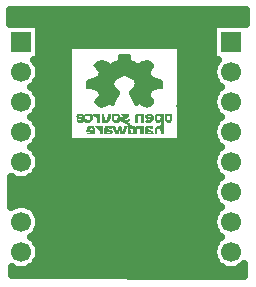
<source format=gbl>
G04 DipTrace 3.1.0.0*
G04 project.gbl*
%MOIN*%
G04 #@! TF.FileFunction,Copper,L2,Bot*
G04 #@! TF.Part,Single*
%ADD12C,0.003*%
G04 #@! TA.AperFunction,Conductor*
%ADD11C,0.006*%
G04 #@! TA.AperFunction,CopperBalancing*
%ADD14C,0.025*%
G04 #@! TA.AperFunction,ComponentPad*
%ADD16R,0.066929X0.066929*%
%ADD17C,0.066929*%
G04 #@! TA.AperFunction,ViaPad*
%ADD19C,0.02*%
%FSLAX26Y26*%
G04*
G70*
G90*
G75*
G01*
G04 Bottom*
%LPD*%
X1011500Y1006500D2*
D11*
X1024000D1*
D19*
X1011500D3*
X451770Y1300381D2*
D14*
X1233733D1*
X548987Y1275512D2*
X1124016D1*
X548987Y1250643D2*
X1124016D1*
X548987Y1225774D2*
X1124016D1*
X548987Y1200906D2*
X638762D1*
X1021741D2*
X1124016D1*
X548987Y1176037D2*
X638762D1*
X1021741D2*
X1124016D1*
X539612Y1151168D2*
X638762D1*
X1021741D2*
X1133391D1*
X548498Y1126299D2*
X638762D1*
X1021741D2*
X1124504D1*
X546350Y1101430D2*
X638762D1*
X1021741D2*
X1126653D1*
X531360Y1076562D2*
X638762D1*
X1021741D2*
X1141643D1*
X539270Y1051693D2*
X638762D1*
X1021741D2*
X1133733D1*
X548450Y1026824D2*
X638762D1*
X1021741D2*
X1124553D1*
X546496Y1001955D2*
X638762D1*
X1021741D2*
X1126506D1*
X531897Y977087D2*
X638762D1*
X1021741D2*
X1141106D1*
X538928Y952218D2*
X638762D1*
X1021741D2*
X1134075D1*
X548401Y927349D2*
X638762D1*
X1021741D2*
X1124602D1*
X546643Y902480D2*
X638762D1*
X1021741D2*
X1126360D1*
X532385Y877612D2*
X1140618D1*
X538586Y852743D2*
X1134416D1*
X548303Y827874D2*
X1124700D1*
X546789Y803005D2*
X1126213D1*
X532873Y778136D2*
X1140129D1*
X455530Y753268D2*
X1134807D1*
X455725Y728399D2*
X1124797D1*
X455871Y703530D2*
X1126067D1*
X456067Y678661D2*
X477971D1*
X495023D2*
X1139641D1*
X537854Y653793D2*
X1135149D1*
X548157Y628924D2*
X1124846D1*
X547082Y604055D2*
X1125920D1*
X533850Y579186D2*
X1139153D1*
X537463Y554318D2*
X1135539D1*
X548059Y529449D2*
X1124944D1*
X547229Y504580D2*
X1125774D1*
X534289Y479711D2*
X1138713D1*
X457580Y454843D2*
X1227971D1*
X449437Y1278963D2*
X546466D1*
Y1159034D1*
X531183D1*
X537630Y1150330D1*
X541901Y1141946D1*
X544809Y1132997D1*
X546281Y1123703D1*
Y1114294D1*
X544809Y1105000D1*
X541901Y1096051D1*
X537630Y1087667D1*
X532099Y1080055D1*
X525445Y1073401D1*
X519561Y1069025D1*
X525445Y1064596D1*
X532099Y1057943D1*
X537630Y1050330D1*
X541901Y1041946D1*
X544809Y1032997D1*
X546281Y1023703D1*
Y1014294D1*
X544809Y1005000D1*
X541901Y996051D1*
X537630Y987667D1*
X532099Y980055D1*
X525445Y973401D1*
X519561Y969025D1*
X525445Y964596D1*
X532099Y957943D1*
X537630Y950330D1*
X541901Y941946D1*
X544809Y932997D1*
X546281Y923703D1*
Y914294D1*
X544809Y905000D1*
X541901Y896051D1*
X537630Y887667D1*
X532099Y880055D1*
X525445Y873401D1*
X519561Y869025D1*
X525445Y864596D1*
X532099Y857943D1*
X537630Y850330D1*
X541901Y841946D1*
X544809Y832997D1*
X546281Y823703D1*
Y814294D1*
X544809Y805000D1*
X541901Y796051D1*
X537630Y787667D1*
X532099Y780055D1*
X525445Y773401D1*
X517833Y767870D1*
X509449Y763599D1*
X500500Y760691D1*
X491206Y759219D1*
X481797D1*
X472503Y760691D1*
X463554Y763599D1*
X455170Y767870D1*
X452922Y769373D1*
X453612Y669150D1*
X459278Y672428D1*
X467971Y676028D1*
X477121Y678225D1*
X486501Y678963D1*
X495882Y678225D1*
X505031Y676028D1*
X513725Y672428D1*
X521748Y667511D1*
X528903Y661400D1*
X535014Y654245D1*
X539930Y646222D1*
X543531Y637529D1*
X545728Y628379D1*
X546466Y618999D1*
X545728Y609618D1*
X543531Y600469D1*
X539930Y591775D1*
X535014Y583752D1*
X528903Y576597D1*
X521748Y570486D1*
X519561Y569025D1*
X525445Y564596D1*
X532099Y557943D1*
X537630Y550330D1*
X541901Y541946D1*
X544809Y532997D1*
X546281Y523703D1*
Y514294D1*
X544809Y505000D1*
X541901Y496051D1*
X537630Y487667D1*
X532099Y480055D1*
X525445Y473401D1*
X517833Y467870D1*
X509449Y463599D1*
X500500Y460691D1*
X491206Y459219D1*
X481797D1*
X472503Y460691D1*
X463554Y463599D1*
X454971Y468003D1*
X455166Y443863D1*
X1230337Y437835D1*
X1230614Y478410D1*
X1225445Y473401D1*
X1217833Y467870D1*
X1209449Y463599D1*
X1200500Y460691D1*
X1191206Y459219D1*
X1181797D1*
X1172503Y460691D1*
X1163554Y463599D1*
X1155170Y467870D1*
X1147557Y473401D1*
X1140904Y480055D1*
X1135373Y487667D1*
X1131101Y496051D1*
X1128194Y505000D1*
X1126722Y514294D1*
Y523703D1*
X1128194Y532997D1*
X1131101Y541946D1*
X1135373Y550330D1*
X1140904Y557943D1*
X1147557Y564596D1*
X1153442Y568972D1*
X1147557Y573401D1*
X1140904Y580055D1*
X1135373Y587667D1*
X1131101Y596051D1*
X1128194Y605000D1*
X1126722Y614294D1*
Y623703D1*
X1128194Y632997D1*
X1131101Y641946D1*
X1135373Y650330D1*
X1140904Y657943D1*
X1147557Y664596D1*
X1153442Y668972D1*
X1147557Y673401D1*
X1140904Y680055D1*
X1135373Y687667D1*
X1131101Y696051D1*
X1128194Y705000D1*
X1126722Y714294D1*
Y723703D1*
X1128194Y732997D1*
X1131101Y741946D1*
X1135373Y750330D1*
X1140904Y757943D1*
X1147557Y764596D1*
X1153442Y768972D1*
X1147557Y773401D1*
X1140904Y780055D1*
X1135373Y787667D1*
X1131101Y796051D1*
X1128194Y805000D1*
X1126722Y814294D1*
Y823703D1*
X1128194Y832997D1*
X1131101Y841946D1*
X1135373Y850330D1*
X1140904Y857943D1*
X1147557Y864596D1*
X1153442Y868972D1*
X1147557Y873401D1*
X1140904Y880055D1*
X1135373Y887667D1*
X1131101Y896051D1*
X1128194Y905000D1*
X1126722Y914294D1*
Y923703D1*
X1128194Y932997D1*
X1131101Y941946D1*
X1135373Y950330D1*
X1140904Y957943D1*
X1147557Y964596D1*
X1153442Y968972D1*
X1147557Y973401D1*
X1140904Y980055D1*
X1135373Y987667D1*
X1131101Y996051D1*
X1128194Y1005000D1*
X1126722Y1014294D1*
Y1023703D1*
X1128194Y1032997D1*
X1131101Y1041946D1*
X1135373Y1050330D1*
X1140904Y1057943D1*
X1147557Y1064596D1*
X1153442Y1068972D1*
X1147557Y1073401D1*
X1140904Y1080055D1*
X1135373Y1087667D1*
X1131101Y1096051D1*
X1128194Y1105000D1*
X1126722Y1114294D1*
Y1123703D1*
X1128194Y1132997D1*
X1131101Y1141946D1*
X1135373Y1150330D1*
X1140904Y1157943D1*
X1141915Y1159037D1*
X1126537Y1159034D1*
Y1278963D1*
X1236156D1*
X1236414Y1325265D1*
X449049Y1325249D1*
X449407Y1278999D1*
X653751Y1207999D2*
X1019251D1*
Y886249D1*
X641251D1*
Y1207999D1*
X653751D1*
D16*
X486501Y1218999D3*
D17*
Y1118999D3*
Y1018999D3*
Y918999D3*
Y818999D3*
Y718999D3*
Y618999D3*
Y518999D3*
D16*
X1186501Y1218999D3*
D17*
Y1118999D3*
Y1018999D3*
Y918999D3*
Y818999D3*
Y718999D3*
Y618999D3*
Y518999D3*
X811751Y1178499D2*
D12*
X847751D1*
X810725Y1175499D2*
X848214D1*
X809832Y1172499D2*
X848958D1*
X809252Y1169499D2*
X849747D1*
X808841Y1166499D2*
X850389D1*
X808185Y1163499D2*
X851191D1*
X748751Y1160499D2*
X757751D1*
X807111D2*
X852355D1*
X901751D2*
X910751D1*
X745287Y1157499D2*
X763285D1*
X803781D2*
X855626D1*
X895751D2*
X913865D1*
X741543Y1154499D2*
X768516D1*
X798768D2*
X860262D1*
X889751D2*
X917238D1*
X737766Y1151499D2*
X773615D1*
X792127D2*
X865751D1*
X883751D2*
X920840D1*
X734239Y1148499D2*
X778751D1*
X784751D2*
X924098D1*
X730944Y1145499D2*
X926742D1*
X727751Y1142499D2*
X927561D1*
X730636Y1139499D2*
X926901D1*
X733252Y1136499D2*
X924973D1*
X735533Y1133499D2*
X922872D1*
X737752Y1130499D2*
X920833D1*
X740111Y1127499D2*
X918813D1*
X742322Y1124499D2*
X916882D1*
X744193Y1121499D2*
X915208D1*
X744777Y1118499D2*
X914688D1*
X744168Y1115499D2*
X915317D1*
X743110Y1112499D2*
X916385D1*
X741780Y1109499D2*
X918058D1*
X739048Y1106499D2*
X818930D1*
X840571D2*
X920406D1*
X732063Y1103499D2*
X812421D1*
X847080D2*
X927071D1*
X723075Y1100499D2*
X807423D1*
X852078D2*
X935712D1*
X714690Y1097499D2*
X803554D1*
X855947D2*
X944043D1*
X708091Y1094499D2*
X800527D1*
X858975D2*
X950871D1*
X705427Y1091499D2*
X798195D1*
X861307D2*
X953829D1*
X704521Y1088499D2*
X796400D1*
X863089D2*
X954861D1*
X704062Y1085499D2*
X795131D1*
X864531D2*
X955389D1*
X703867Y1082499D2*
X794494D1*
X864680D2*
X955615D1*
X703792Y1079499D2*
X794523D1*
X864171D2*
X955702D1*
X703765Y1076499D2*
X795199D1*
X863155D2*
X955734D1*
X703755Y1073499D2*
X796404D1*
X861845D2*
X955745D1*
X703752Y1070499D2*
X798132D1*
X860216D2*
X955749D1*
X703751Y1067499D2*
X800495D1*
X857974D2*
X955751D1*
X717304Y1064499D2*
X803500D1*
X854952D2*
X941838D1*
X727818Y1061499D2*
X806941D1*
X851643D2*
X931355D1*
X735631Y1058499D2*
X810135D1*
X848783D2*
X923682D1*
X738923Y1055499D2*
X812749D1*
X846493D2*
X920485D1*
X741343Y1052499D2*
X813610D1*
X845789D2*
X918118D1*
X743125Y1049499D2*
X813091D1*
X846363D2*
X916360D1*
X744550Y1046499D2*
X812114D1*
X847368D2*
X914948D1*
X744869Y1043499D2*
X810840D1*
X848642D2*
X914631D1*
X743738Y1040499D2*
X809339D1*
X850054D2*
X915763D1*
X741840Y1037499D2*
X807588D1*
X851518D2*
X917662D1*
X739375Y1034499D2*
X805669D1*
X853008D2*
X920114D1*
X736618Y1031499D2*
X803836D1*
X854502D2*
X922766D1*
X733850Y1028499D2*
X802152D1*
X856003D2*
X925163D1*
X731421Y1025499D2*
X800560D1*
X857511D2*
X927148D1*
X729343Y1022499D2*
X799025D1*
X859107D2*
X927715D1*
X731198Y1019499D2*
X797517D1*
X860885D2*
X926956D1*
X733788Y1016499D2*
X796092D1*
X862745D2*
X924769D1*
X736814Y1013499D2*
X776214D1*
X781751D2*
X794840D1*
X864363D2*
X874751D1*
X884340D2*
X921884D1*
X740210Y1010499D2*
X770959D1*
X790751D2*
X793751D1*
X865751D2*
X868751D1*
X888586D2*
X918389D1*
X743974Y1007499D2*
X765743D1*
X893578D2*
X914703D1*
X747880Y1004499D2*
X760314D1*
X899067D2*
X911169D1*
X751751Y1001499D2*
X754751D1*
X904751D2*
X907751D1*
X673751Y980499D2*
X688751D1*
X700751D2*
X718751D1*
X724751D2*
X745751D1*
X754751D2*
X760751D1*
X775751D2*
X781751D1*
X790751D2*
X808751D1*
X820751D2*
X841751D1*
X868751D2*
X892751D1*
X904751D2*
X919751D1*
X934751D2*
X958751D1*
X967751D2*
X985751D1*
X672366Y977499D2*
X691751D1*
X697751D2*
X745751D1*
X754751D2*
X760751D1*
X775739D2*
X781751D1*
X789366D2*
X811162D1*
X821911D2*
X843112D1*
X867366D2*
X892751D1*
X902340D2*
X922161D1*
X933366D2*
X958751D1*
X966366D2*
X985751D1*
X671516Y974499D2*
X679751D1*
X685751D2*
X721161D1*
X725392D2*
X745751D1*
X754751D2*
X760762D1*
X775633D2*
X781751D1*
X788504D2*
X812927D1*
X825440D2*
X829751D1*
X835751D2*
X844067D1*
X866504D2*
X892751D1*
X900312D2*
X910751D1*
X916751D2*
X923916D1*
X932504D2*
X958751D1*
X965504D2*
X985751D1*
X671194Y971499D2*
X673751D1*
X688751D2*
X694751D1*
X715039D2*
X722904D1*
X733505D2*
X745751D1*
X754751D2*
X760877D1*
X775249D2*
X781739D1*
X788068D2*
X793751D1*
X808628D2*
X814000D1*
X829751D2*
X843617D1*
X866068D2*
X871751D1*
X886751D2*
X892751D1*
X899472D2*
X904751D1*
X919751D2*
X924920D1*
X932068D2*
X937751D1*
X949751D2*
X958751D1*
X965068D2*
X970751D1*
X982039D2*
X985751D1*
X671464Y968499D2*
X694751D1*
X716794D2*
X724076D1*
X737240D2*
X745751D1*
X754751D2*
X761340D1*
X774505D2*
X781633D1*
X787887D2*
X793751D1*
X808162D2*
X814751D1*
X820751D2*
X840754D1*
X865875D2*
X871751D1*
X886751D2*
X892751D1*
X899778D2*
X925396D1*
X931887D2*
X937751D1*
X952751D2*
X958751D1*
X964887D2*
X970751D1*
X983794D2*
X985751D1*
X672409Y965499D2*
X694751D1*
X716499D2*
X724109D1*
X738581D2*
X745751D1*
X754751D2*
X762366D1*
X773612D2*
X781228D1*
X787937D2*
X793751D1*
X807136D2*
X834214D1*
X865797D2*
X871751D1*
X886751D2*
X892751D1*
X901982D2*
X925478D1*
X931925D2*
X937751D1*
X951157D2*
X958751D1*
X964937D2*
X970751D1*
X983499D2*
X985739D1*
X673751Y962499D2*
D3*
X685751D2*
X694751D1*
X700751D2*
X703751D1*
X715751D2*
X723059D1*
X739272D2*
X745751D1*
X754751D2*
X763751D1*
X772751D2*
X780280D1*
X788216D2*
X793751D1*
X805751D2*
X826751D1*
X841751D2*
X844751D1*
X865767D2*
X871751D1*
X886751D2*
X892751D1*
X904751D2*
D3*
X916751D2*
X925267D1*
X932395D2*
X937751D1*
X949751D2*
X958751D1*
X965216D2*
X970751D1*
X982751D2*
X985625D1*
X672298Y959499D2*
X720386D1*
X739570D2*
X745751D1*
X754751D2*
X778576D1*
X789713D2*
X847751D1*
X865756D2*
X871751D1*
X886751D2*
X892751D1*
X901563D2*
X923782D1*
X933591D2*
X958751D1*
X966713D2*
X985161D1*
X674263Y956499D2*
X691751D1*
X697751D2*
X716828D1*
X739689D2*
X745751D1*
X754751D2*
X775956D1*
X793004D2*
X811751D1*
X821890D2*
X843344D1*
X865752D2*
X871751D1*
X886751D2*
X892751D1*
X898751D2*
X920495D1*
X935506D2*
X958751D1*
X970004D2*
X984135D1*
X676751Y953499D2*
X685751D1*
X703751D2*
X712751D1*
X739751D2*
X745751D1*
X754751D2*
X772751D1*
X796751D2*
X805751D1*
X829117D2*
X838751D1*
X865751D2*
X871751D1*
X886751D2*
X892751D1*
X907751D2*
X916751D1*
X937751D2*
X946751D1*
X952751D2*
X958751D1*
X973751D2*
X982751D1*
X835011Y950499D2*
X847751D1*
X952751D2*
X958751D1*
X839302Y947499D2*
X847751D1*
X952751D2*
X958751D1*
X840604Y944499D2*
X847751D1*
X952751D2*
X958751D1*
X841310Y941499D2*
X847751D1*
X952751D2*
X958751D1*
X709751Y938499D2*
X724751D1*
X733751D2*
X754751D1*
X766751D2*
X784751D1*
X790751D2*
X796751D1*
X811751D2*
X817751D1*
X829751D2*
X862751D1*
X868751D2*
X892751D1*
X901751D2*
X922751D1*
X943416D2*
X958751D1*
X707340Y935499D2*
X727161D1*
X736631D2*
X754751D1*
X765366D2*
X798146D1*
X810355D2*
X818777D1*
X829285D2*
X835636D1*
X841751D2*
X892751D1*
X900366D2*
X922751D1*
X936260D2*
X958751D1*
X705586Y932499D2*
X715751D1*
X721751D2*
X728916D1*
X740499D2*
X754751D1*
X764504D2*
X772751D1*
X778751D2*
X784751D1*
X793865D2*
X799074D1*
X809427D2*
X819677D1*
X828516D2*
X835240D1*
X841751D2*
X892751D1*
X899504D2*
X907751D1*
X916751D2*
X922751D1*
X933478D2*
X958751D1*
X704578Y929499D2*
X712751D1*
X724751D2*
X729920D1*
X744174D2*
X754751D1*
X764068D2*
X769751D1*
X794261D2*
X799751D1*
X808751D2*
X820292D1*
X827615D2*
X834416D1*
X841751D2*
X847874D1*
X859039D2*
X868751D1*
X883751D2*
X892751D1*
X899068D2*
X904751D1*
X932542D2*
X937751D1*
X949161D2*
X958751D1*
X704067Y926499D2*
X730408D1*
X747007D2*
X754751D1*
X763875D2*
X787751D1*
X795095D2*
X820751D1*
X826751D2*
X833262D1*
X841751D2*
X848340D1*
X860794D2*
X868751D1*
X883751D2*
X892751D1*
X898875D2*
X914087D1*
X932069D2*
X937751D1*
X950916D2*
X958751D1*
X703751Y923499D2*
X730618D1*
X747930D2*
X754751D1*
X763796D2*
X789157D1*
X796336D2*
X811199D1*
X817751D2*
X831992D1*
X841751D2*
X849366D1*
X860499D2*
X868751D1*
X883751D2*
X892751D1*
X898796D2*
X921248D1*
X931869D2*
X937751D1*
X951924D2*
X958751D1*
X724751Y920499D2*
X730705D1*
X748434D2*
X754751D1*
X763766D2*
X769751D1*
X781751D2*
X790751D1*
X797930D2*
X810146D1*
X817751D2*
X830806D1*
X841751D2*
X850751D1*
X859751D2*
X868751D1*
X883751D2*
X892751D1*
X898766D2*
X904751D1*
X919751D2*
X923809D1*
X931791D2*
X937751D1*
X952434D2*
X958751D1*
X706751Y917499D2*
X730751D1*
X748751D2*
X754751D1*
X763751D2*
X787751D1*
X799751D2*
X808751D1*
X817751D2*
X829751D1*
X841751D2*
X868751D1*
X883751D2*
X892751D1*
X898751D2*
X925751D1*
X931751D2*
X937751D1*
X952751D2*
X958751D1*
X811751Y1178499D2*
X810725Y1175499D1*
X809832Y1172499D1*
X809252Y1169499D1*
X808841Y1166499D1*
X808185Y1163499D1*
X807111Y1160499D1*
X803781Y1157499D1*
X798768Y1154499D1*
X792127Y1151499D1*
X784751Y1148499D1*
X847751Y1178499D2*
X848214Y1175499D1*
X848958Y1172499D1*
X849747Y1169499D1*
X850389Y1166499D1*
X851191Y1163499D1*
X852355Y1160499D1*
X855626Y1157499D1*
X860262Y1154499D1*
X865751Y1151499D1*
X748751Y1160499D2*
X745287Y1157499D1*
X741543Y1154499D1*
X737766Y1151499D1*
X734239Y1148499D1*
X730944Y1145499D1*
X727751Y1142499D1*
X730636Y1139499D1*
X733252Y1136499D1*
X735533Y1133499D1*
X737752Y1130499D1*
X740111Y1127499D1*
X742322Y1124499D1*
X744193Y1121499D1*
X744777Y1118499D1*
X744168Y1115499D1*
X743110Y1112499D1*
X741780Y1109499D1*
X739048Y1106499D1*
X732063Y1103499D1*
X723075Y1100499D1*
X714690Y1097499D1*
X708091Y1094499D1*
X705427Y1091499D1*
X704521Y1088499D1*
X704062Y1085499D1*
X703867Y1082499D1*
X703792Y1079499D1*
X703765Y1076499D1*
X703755Y1073499D1*
X703752Y1070499D1*
X703751Y1067499D1*
X717304Y1064499D1*
X727818Y1061499D1*
X735631Y1058499D1*
X738923Y1055499D1*
X741343Y1052499D1*
X743125Y1049499D1*
X744550Y1046499D1*
X744869Y1043499D1*
X743738Y1040499D1*
X741840Y1037499D1*
X739375Y1034499D1*
X736618Y1031499D1*
X733850Y1028499D1*
X731421Y1025499D1*
X729343Y1022499D1*
X731198Y1019499D1*
X733788Y1016499D1*
X736814Y1013499D1*
X740210Y1010499D1*
X743974Y1007499D1*
X747880Y1004499D1*
X751751Y1001499D1*
X757751Y1160499D2*
X763285Y1157499D1*
X768516Y1154499D1*
X773615Y1151499D1*
X778751Y1148499D1*
X901751Y1160499D2*
X895751Y1157499D1*
X889751Y1154499D1*
X883751Y1151499D1*
X910751Y1160499D2*
X913865Y1157499D1*
X917238Y1154499D1*
X920840Y1151499D1*
X924098Y1148499D1*
X926742Y1145499D1*
X927561Y1142499D1*
X926901Y1139499D1*
X924973Y1136499D1*
X922872Y1133499D1*
X920833Y1130499D1*
X918813Y1127499D1*
X916882Y1124499D1*
X915208Y1121499D1*
X914688Y1118499D1*
X915317Y1115499D1*
X916385Y1112499D1*
X918058Y1109499D1*
X920406Y1106499D1*
X927071Y1103499D1*
X935712Y1100499D1*
X944043Y1097499D1*
X950871Y1094499D1*
X953829Y1091499D1*
X954861Y1088499D1*
X955389Y1085499D1*
X955615Y1082499D1*
X955702Y1079499D1*
X955734Y1076499D1*
X955745Y1073499D1*
X955749Y1070499D1*
X955751Y1067499D1*
X941838Y1064499D1*
X931355Y1061499D1*
X923682Y1058499D1*
X920485Y1055499D1*
X918118Y1052499D1*
X916360Y1049499D1*
X914948Y1046499D1*
X914631Y1043499D1*
X915763Y1040499D1*
X917662Y1037499D1*
X920114Y1034499D1*
X922766Y1031499D1*
X925163Y1028499D1*
X927148Y1025499D1*
X927715Y1022499D1*
X926956Y1019499D1*
X924769Y1016499D1*
X921884Y1013499D1*
X918389Y1010499D1*
X914703Y1007499D1*
X911169Y1004499D1*
X907751Y1001499D1*
X826751Y1109499D2*
X818930Y1106499D1*
X812421Y1103499D1*
X807423Y1100499D1*
X803554Y1097499D1*
X800527Y1094499D1*
X798195Y1091499D1*
X796400Y1088499D1*
X795131Y1085499D1*
X794494Y1082499D1*
X794523Y1079499D1*
X795199Y1076499D1*
X796404Y1073499D1*
X798132Y1070499D1*
X800495Y1067499D1*
X803500Y1064499D1*
X806941Y1061499D1*
X810135Y1058499D1*
X812749Y1055499D1*
X813610Y1052499D1*
X813091Y1049499D1*
X812114Y1046499D1*
X810840Y1043499D1*
X809339Y1040499D1*
X807588Y1037499D1*
X805669Y1034499D1*
X803836Y1031499D1*
X802152Y1028499D1*
X800560Y1025499D1*
X799025Y1022499D1*
X797517Y1019499D1*
X796092Y1016499D1*
X794840Y1013499D1*
X793751Y1010499D1*
X832751Y1109499D2*
X840571Y1106499D1*
X847080Y1103499D1*
X852078Y1100499D1*
X855947Y1097499D1*
X858975Y1094499D1*
X861307Y1091499D1*
X863089Y1088499D1*
X864531Y1085499D1*
X864680Y1082499D1*
X864171Y1079499D1*
X863155Y1076499D1*
X861845Y1073499D1*
X860216Y1070499D1*
X857974Y1067499D1*
X854952Y1064499D1*
X851643Y1061499D1*
X848783Y1058499D1*
X846493Y1055499D1*
X845789Y1052499D1*
X846363Y1049499D1*
X847368Y1046499D1*
X848642Y1043499D1*
X850054Y1040499D1*
X851518Y1037499D1*
X853008Y1034499D1*
X854502Y1031499D1*
X856003Y1028499D1*
X857511Y1025499D1*
X859107Y1022499D1*
X860885Y1019499D1*
X862745Y1016499D1*
X864363Y1013499D1*
X865751Y1010499D1*
X781751Y1016499D2*
X776214Y1013499D1*
X770959Y1010499D1*
X765743Y1007499D1*
X760314Y1004499D1*
X754751Y1001499D1*
X772751Y1016499D2*
X781751Y1013499D1*
X790751Y1010499D1*
X880751Y1016499D2*
X874751Y1013499D1*
X868751Y1010499D1*
X880751Y1016499D2*
X884340Y1013499D1*
X888586Y1010499D1*
X893578Y1007499D1*
X899067Y1004499D1*
X904751Y1001499D1*
X673751Y980499D2*
X672366Y977499D1*
X671516Y974499D1*
X671194Y971499D1*
X671464Y968499D1*
X672409Y965499D1*
X673751Y962499D1*
X672298Y959499D1*
X674263Y956499D1*
X676751Y953499D1*
X688751Y980499D2*
X691751Y977499D1*
X700751Y980499D2*
X697751Y977499D1*
X718751Y980499D2*
X724751D2*
X745751D2*
Y977499D1*
Y974499D1*
Y971499D1*
Y968499D1*
Y965499D1*
Y962499D1*
Y959499D1*
Y956499D1*
Y953499D1*
X754751Y980499D2*
Y977499D1*
Y974499D1*
Y971499D1*
Y968499D1*
Y965499D1*
Y962499D1*
Y959499D1*
Y956499D1*
Y953499D1*
X760751Y980499D2*
Y977499D1*
X760762Y974499D1*
X760877Y971499D1*
X761340Y968499D1*
X762366Y965499D1*
X763751Y962499D1*
X775751Y980499D2*
X775739Y977499D1*
X775633Y974499D1*
X775249Y971499D1*
X774505Y968499D1*
X773612Y965499D1*
X772751Y962499D1*
X781751Y980499D2*
Y977499D1*
Y974499D1*
X781739Y971499D1*
X781633Y968499D1*
X781228Y965499D1*
X780280Y962499D1*
X778576Y959499D1*
X775956Y956499D1*
X772751Y953499D1*
X790751Y980499D2*
X789366Y977499D1*
X788504Y974499D1*
X788068Y971499D1*
X787887Y968499D1*
X787937Y965499D1*
X788216Y962499D1*
X789713Y959499D1*
X793004Y956499D1*
X796751Y953499D1*
X808751Y980499D2*
X811162Y977499D1*
X812927Y974499D1*
X814000Y971499D1*
X814751Y968499D1*
X820751Y980499D2*
X821911Y977499D1*
X825440Y974499D1*
X829751Y971499D1*
X820751Y968499D1*
X841751Y980499D2*
X843112Y977499D1*
X844067Y974499D1*
X843617Y971499D1*
X840754Y968499D1*
X834214Y965499D1*
X826751Y962499D1*
X868751Y980499D2*
X867366Y977499D1*
X866504Y974499D1*
X866068Y971499D1*
X865875Y968499D1*
X865797Y965499D1*
X865767Y962499D1*
X865756Y959499D1*
X865752Y956499D1*
X865751Y953499D1*
X892751Y980499D2*
Y977499D1*
Y974499D1*
Y971499D1*
Y968499D1*
Y965499D1*
Y962499D1*
Y959499D1*
Y956499D1*
Y953499D1*
X904751Y980499D2*
X902340Y977499D1*
X900312Y974499D1*
X899472Y971499D1*
X899778Y968499D1*
X901982Y965499D1*
X904751Y962499D1*
X901563Y959499D1*
X898751Y956499D1*
X907751Y953499D1*
X919751Y980499D2*
X922161Y977499D1*
X923916Y974499D1*
X924920Y971499D1*
X925396Y968499D1*
X925478Y965499D1*
X925267Y962499D1*
X923782Y959499D1*
X920495Y956499D1*
X916751Y953499D1*
X934751Y980499D2*
X933366Y977499D1*
X932504Y974499D1*
X932068Y971499D1*
X931887Y968499D1*
X931925Y965499D1*
X932395Y962499D1*
X933591Y959499D1*
X935506Y956499D1*
X937751Y953499D1*
X958751Y980499D2*
Y977499D1*
Y974499D1*
Y971499D1*
Y968499D1*
Y965499D1*
Y962499D1*
Y959499D1*
Y956499D1*
Y953499D1*
Y950499D1*
Y947499D1*
Y944499D1*
Y941499D1*
Y938499D1*
Y935499D1*
Y932499D1*
Y929499D1*
Y926499D1*
Y923499D1*
Y920499D1*
Y917499D1*
X967751Y980499D2*
X966366Y977499D1*
X965504Y974499D1*
X965068Y971499D1*
X964887Y968499D1*
X964937Y965499D1*
X965216Y962499D1*
X966713Y959499D1*
X970004Y956499D1*
X973751Y953499D1*
X985751Y980499D2*
Y977499D1*
Y974499D1*
Y971499D1*
Y968499D1*
X985739Y965499D1*
X985625Y962499D1*
X985161Y959499D1*
X984135Y956499D1*
X982751Y953499D1*
X685751Y977499D2*
X679751Y974499D1*
X673751Y971499D1*
X682751Y977499D2*
X685751Y974499D1*
X688751Y971499D1*
X718751Y977499D2*
X721161Y974499D1*
X722904Y971499D1*
X724076Y968499D1*
X724109Y965499D1*
X723059Y962499D1*
X720386Y959499D1*
X716828Y956499D1*
X712751Y953499D1*
X715751Y977499D2*
X725392Y974499D1*
X733505Y971499D1*
X737240Y968499D1*
X738581Y965499D1*
X739272Y962499D1*
X739570Y959499D1*
X739689Y956499D1*
X739751Y953499D1*
X832751Y977499D2*
X829751Y974499D1*
X832751Y977499D2*
X835751Y974499D1*
X916751Y977499D2*
X910751Y974499D1*
X904751Y971499D1*
X913751Y977499D2*
X916751Y974499D1*
X919751Y971499D1*
X694751Y974499D2*
Y971499D1*
Y968499D1*
Y965499D1*
Y962499D1*
X712751Y974499D2*
X715039Y971499D1*
X716794Y968499D1*
X716499Y965499D1*
X715751Y962499D1*
X793751Y974499D2*
Y971499D1*
Y968499D1*
Y965499D1*
Y962499D1*
X808751Y974499D2*
X808628Y971499D1*
X808162Y968499D1*
X807136Y965499D1*
X805751Y962499D1*
X871751Y974499D2*
Y971499D1*
Y968499D1*
Y965499D1*
Y962499D1*
Y959499D1*
Y956499D1*
Y953499D1*
X886751Y974499D2*
Y971499D1*
Y968499D1*
Y965499D1*
Y962499D1*
Y959499D1*
Y956499D1*
Y953499D1*
X937751Y974499D2*
Y971499D1*
Y968499D1*
Y965499D1*
Y962499D1*
X946751Y974499D2*
X949751Y971499D1*
X952751Y968499D1*
X951157Y965499D1*
X949751Y962499D1*
X970751Y974499D2*
Y971499D1*
Y968499D1*
Y965499D1*
Y962499D1*
X979751Y974499D2*
X982039Y971499D1*
X983794Y968499D1*
X983499Y965499D1*
X982751Y962499D1*
X682751Y965499D2*
X685751Y962499D1*
X700751D2*
X703751D2*
X841751D2*
X844751D2*
X847751Y959499D1*
X843344Y956499D1*
X838751Y953499D1*
X913751Y965499D2*
X916751Y962499D1*
X697751Y959499D2*
X691751Y956499D1*
X685751Y953499D1*
X691751Y959499D2*
X697751Y956499D1*
X703751Y953499D1*
X817751Y959499D2*
X811751Y956499D1*
X805751Y953499D1*
X814751Y959499D2*
X821890Y956499D1*
X829117Y953499D1*
X835011Y950499D1*
X839302Y947499D1*
X840604Y944499D1*
X841310Y941499D1*
X841751Y938499D1*
X829751D1*
X829285Y935499D1*
X828516Y932499D1*
X827615Y929499D1*
X826751Y926499D1*
X949751Y956499D2*
X946751Y953499D1*
X952751Y956499D2*
Y953499D1*
Y950499D1*
Y947499D1*
Y944499D1*
Y941499D1*
X943416Y938499D1*
X936260Y935499D1*
X933478Y932499D1*
X932542Y929499D1*
X932069Y926499D1*
X931869Y923499D1*
X931791Y920499D1*
X931751Y917499D1*
X847751Y950499D2*
Y947499D1*
Y944499D1*
Y941499D1*
X862751Y938499D1*
X709751D2*
X707340Y935499D1*
X705586Y932499D1*
X704578Y929499D1*
X704067Y926499D1*
X703751Y923499D1*
X724751Y920499D1*
X706751Y917499D1*
X724751Y938499D2*
X727161Y935499D1*
X728916Y932499D1*
X729920Y929499D1*
X730408Y926499D1*
X730618Y923499D1*
X730705Y920499D1*
X730751Y917499D1*
X733751Y938499D2*
X736631Y935499D1*
X740499Y932499D1*
X744174Y929499D1*
X747007Y926499D1*
X747930Y923499D1*
X748434Y920499D1*
X748751Y917499D1*
X754751Y938499D2*
Y935499D1*
Y932499D1*
Y929499D1*
Y926499D1*
Y923499D1*
Y920499D1*
Y917499D1*
X766751Y938499D2*
X765366Y935499D1*
X764504Y932499D1*
X764068Y929499D1*
X763875Y926499D1*
X763796Y923499D1*
X763766Y920499D1*
X763751Y917499D1*
X784751Y938499D2*
X790751D2*
X796751D2*
X798146Y935499D1*
X799074Y932499D1*
X799751Y929499D1*
X811751Y938499D2*
X810355Y935499D1*
X809427Y932499D1*
X808751Y929499D1*
X817751Y938499D2*
X818777Y935499D1*
X819677Y932499D1*
X820292Y929499D1*
X820751Y926499D1*
X868751Y938499D2*
X892751D2*
Y935499D1*
Y932499D1*
Y929499D1*
Y926499D1*
Y923499D1*
Y920499D1*
Y917499D1*
X901751Y938499D2*
X900366Y935499D1*
X899504Y932499D1*
X899068Y929499D1*
X898875Y926499D1*
X898796Y923499D1*
X898766Y920499D1*
X898751Y917499D1*
X922751Y938499D2*
Y935499D1*
Y932499D1*
X835751Y938499D2*
X835636Y935499D1*
X835240Y932499D1*
X834416Y929499D1*
X833262Y926499D1*
X831992Y923499D1*
X830806Y920499D1*
X829751Y917499D1*
X841751Y938499D2*
Y935499D1*
Y932499D1*
Y929499D1*
Y926499D1*
Y923499D1*
Y920499D1*
Y917499D1*
X718751Y935499D2*
X715751Y932499D1*
X712751Y929499D1*
X718751Y935499D2*
X721751Y932499D1*
X724751Y929499D1*
X775751Y935499D2*
X772751Y932499D1*
X769751Y929499D1*
X787751Y926499D1*
X789157Y923499D1*
X790751Y920499D1*
X787751Y917499D1*
X775751Y935499D2*
X778751Y932499D1*
X787751Y935499D2*
X784751Y932499D1*
X793751Y935499D2*
X793865Y932499D1*
X794261Y929499D1*
X795095Y926499D1*
X796336Y923499D1*
X797930Y920499D1*
X799751Y917499D1*
X910751Y935499D2*
X907751Y932499D1*
X904751Y929499D1*
X914087Y926499D1*
X921248Y923499D1*
X923809Y920499D1*
X925751Y917499D1*
X913751Y935499D2*
X916751Y932499D1*
X847751D2*
X847874Y929499D1*
X848340Y926499D1*
X849366Y923499D1*
X850751Y920499D1*
X856751Y932499D2*
X859039Y929499D1*
X860794Y926499D1*
X860499Y923499D1*
X859751Y920499D1*
X868751Y932499D2*
Y929499D1*
Y926499D1*
Y923499D1*
Y920499D1*
Y917499D1*
X883751Y932499D2*
Y929499D1*
Y926499D1*
Y923499D1*
Y920499D1*
Y917499D1*
X937751Y932499D2*
Y929499D1*
Y926499D1*
Y923499D1*
Y920499D1*
Y917499D1*
X946751Y932499D2*
X949161Y929499D1*
X950916Y926499D1*
X951924Y923499D1*
X952434Y920499D1*
X952751Y917499D1*
X811751Y926499D2*
X811199Y923499D1*
X810146Y920499D1*
X808751Y917499D1*
X817751Y926499D2*
Y923499D1*
Y920499D1*
Y917499D1*
X772751Y923499D2*
X769751Y920499D1*
X778751Y923499D2*
X781751Y920499D1*
X907751Y923499D2*
X904751Y920499D1*
X916751Y923499D2*
X919751Y920499D1*
M02*

</source>
